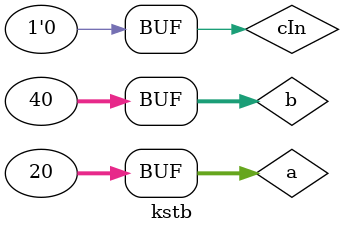
<source format=sv>
module kstb;

    logic [31:0] a, b, s;
    logic cIn, cOut;

    koggestone32bit dut (a, b, cIn, s, cOut);

    initial begin
    
        #0 a = 32'd20; 
        #0 b = 32'd40;
        #0 cIn = 1'b0;
        #10 if(s == 32'd60 & cOut == 0) $display("T1 good");

    end 


endmodule

</source>
